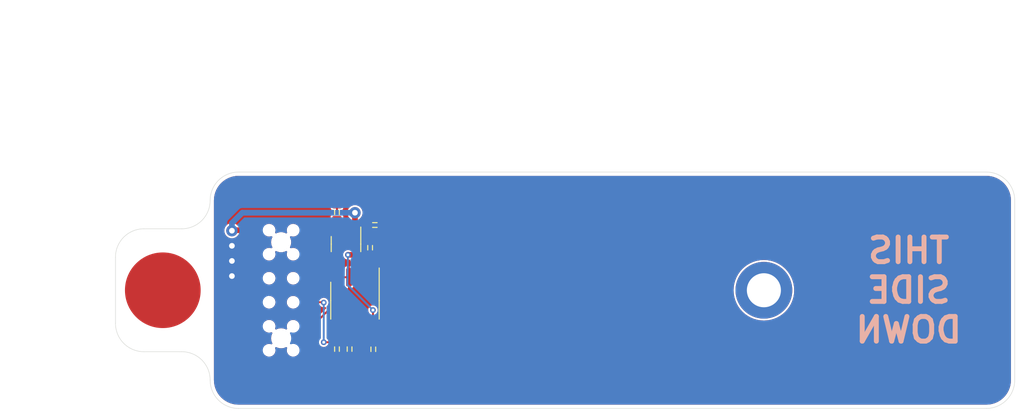
<source format=kicad_pcb>
(kicad_pcb (version 20221018) (generator pcbnew)
  (layers (0 "F.Cu" signal) (31 "B.Cu" signal) (34 "B.Paste" user) (35 "F.Paste" user) (36 "B.SilkS" user "B.Silkscreen") (37 "F.SilkS" user "F.Silkscreen") (38 "B.Mask" user) (39 "F.Mask" user) (44 "Edge.Cuts" user))
  (net 0 "")
  (net 1 "/Module-Prerequisites/VIN")
  (net 2 "GND")
  (net 3 "/Module-Prerequisites/3V3")
  (net 4 "/Module-Prerequisites/ENABLE")
  (net 5 "/Module-Prerequisites/SCL")
  (net 6 "/Module-Prerequisites/HOST-3V3")
  (net 7 "/Module-Prerequisites/SDA")
  (net 13 "/Module-Prerequisites/PICO")
  (net 14 "/Module-Prerequisites/POCI")
  (net 15 "/Module-Prerequisites/SCK")
  (footprint "!magpie:R0603" (layer "F.Cu") (at 28.4 6.6)
    (fp_text reference "C1" hide)
    (fp_text value "1µf" hide)
    (fp_line (start -0.237258 -0.25) (end 0.237258 -0.25) (stroke (width 0.12)) (layer "F.SilkS"))
    (fp_line (start -0.237258 0.25) (end 0.237258 0.25) (stroke (width 0.12)) (layer "F.SilkS"))
    (pad "1" smd roundrect (at -0.75 0) (size 0.7 0.95) (layers "F.Cu" "F.Paste" "F.Mask") (roundrect_rratio 0.15) (net 1 "/Module-Prerequisites/VIN"))
    (pad "2" smd roundrect (at 0.75 0) (size 0.7 0.95) (layers "F.Cu" "F.Paste" "F.Mask") (roundrect_rratio 0.15) (net 2 "GND"))
  )
  (footprint "!magpie:R0603" (layer "F.Cu") (at 27.9 9 90)
    (fp_text reference "C2" hide)
    (fp_text value "1µf" hide)
    (fp_line (start -0.237258 -0.25) (end 0.237258 -0.25) (stroke (width 0.12)) (layer "F.SilkS"))
    (fp_line (start -0.237258 0.25) (end 0.237258 0.25) (stroke (width 0.12)) (layer "F.SilkS"))
    (pad "1" smd roundrect (at -0.75 0 90) (size 0.7 0.95) (layers "F.Cu" "F.Paste" "F.Mask") (roundrect_rratio 0.15) (net 3 "/Module-Prerequisites/3V3"))
    (pad "2" smd roundrect (at 0.75 0 90) (size 0.7 0.95) (layers "F.Cu" "F.Paste" "F.Mask") (roundrect_rratio 0.15) (net 2 "GND"))
  )
  (footprint "!magpie:R0603" (layer "F.Cu") (at 25.730634 19.725 -90)
    (fp_text reference "R2" hide)
    (fp_text value "4.7kΩ" hide)
    (fp_line (start -0.237258 -0.25) (end 0.237258 -0.25) (stroke (width 0.12)) (layer "F.SilkS"))
    (fp_line (start -0.237258 0.25) (end 0.237258 0.25) (stroke (width 0.12)) (layer "F.SilkS"))
    (pad "1" smd roundrect (at -0.75 0 270) (size 0.7 0.95) (layers "F.Cu" "F.Paste" "F.Mask") (roundrect_rratio 0.15) (net 5 "/Module-Prerequisites/SCL"))
    (pad "2" smd roundrect (at 0.75 0 270) (size 0.7 0.95) (layers "F.Cu" "F.Paste" "F.Mask") (roundrect_rratio 0.15) (net 6 "/Module-Prerequisites/HOST-3V3"))
  )
  (footprint "Package_SO:SOIC-8_3.9x4.9mm_P1.27mm" (layer "F.Cu") (at 26.3 14.6 -90)
    (fp_text reference "U2" hide)
    (fp_text value "M24C64-DFMN6TP" hide)
    (fp_line (start 0 -2.56) (end -3.45 -2.56) (stroke (width 0.12)) (layer "F.SilkS"))
    (fp_line (start 0 -2.56) (end 1.95 -2.56) (stroke (width 0.12)) (layer "F.SilkS"))
    (fp_line (start 0 2.56) (end -1.95 2.56) (stroke (width 0.12)) (layer "F.SilkS"))
    (fp_line (start 0 2.56) (end 1.95 2.56) (stroke (width 0.12)) (layer "F.SilkS"))
    (pad "1" smd roundrect (at -2.475 -1.905 270) (size 1.95 0.6) (layers "F.Cu" "F.Paste" "F.Mask") (net 2 "GND"))
    (pad "2" smd roundrect (at -2.475 -0.635 270) (size 1.95 0.6) (layers "F.Cu" "F.Paste" "F.Mask") (net 2 "GND"))
    (pad "3" smd roundrect (at -2.475 0.635 270) (size 1.95 0.6) (layers "F.Cu" "F.Paste" "F.Mask") (net 2 "GND"))
    (pad "4" smd roundrect (at -2.475 1.905 270) (size 1.95 0.6) (layers "F.Cu" "F.Paste" "F.Mask") (net 2 "GND"))
    (pad "5" smd roundrect (at 2.475 1.905 270) (size 1.95 0.6) (layers "F.Cu" "F.Paste" "F.Mask") (net 7 "/Module-Prerequisites/SDA"))
    (pad "6" smd roundrect (at 2.475 0.635 270) (size 1.95 0.6) (layers "F.Cu" "F.Paste" "F.Mask") (net 5 "/Module-Prerequisites/SCL"))
    (pad "7" smd roundrect (at 2.475 -0.635 270) (size 1.95 0.6) (layers "F.Cu" "F.Paste" "F.Mask"))
    (pad "8" smd roundrect (at 2.475 -1.905 270) (size 1.95 0.6) (layers "F.Cu" "F.Paste" "F.Mask") (net 3 "/Module-Prerequisites/3V3"))
  )
  (footprint "Package_TO_SOT_SMD:SOT-23-5" (layer "F.Cu") (at 25.351951 8.616268 -90)
    (fp_text reference "U1" hide)
    (fp_text value "AP2127K-3.3" hide)
    (fp_line (start 0 -1.56) (end -1.8 -1.56) (stroke (width 0.12)) (layer "F.SilkS"))
    (fp_line (start 0 -1.56) (end 0.8 -1.56) (stroke (width 0.12)) (layer "F.SilkS"))
    (fp_line (start 0 1.56) (end -0.8 1.56) (stroke (width 0.12)) (layer "F.SilkS"))
    (fp_line (start 0 1.56) (end 0.8 1.56) (stroke (width 0.12)) (layer "F.SilkS"))
    (pad "1" smd roundrect (at -1.1375 -0.95 270) (size 1.325 0.6) (layers "F.Cu" "F.Paste" "F.Mask") (net 1 "/Module-Prerequisites/VIN"))
    (pad "2" smd roundrect (at -1.1375 0 270) (size 1.325 0.6) (layers "F.Cu" "F.Paste" "F.Mask") (net 2 "GND"))
    (pad "3" smd roundrect (at -1.1375 0.95 270) (size 1.325 0.6) (layers "F.Cu" "F.Paste" "F.Mask") (net 4 "/Module-Prerequisites/ENABLE"))
    (pad "4" smd roundrect (at 1.1375 0.95 270) (size 1.325 0.6) (layers "F.Cu" "F.Paste" "F.Mask"))
    (pad "5" smd roundrect (at 1.1375 -0.95 270) (size 1.325 0.6) (layers "F.Cu" "F.Paste" "F.Mask") (net 3 "/Module-Prerequisites/3V3"))
  )
  (footprint "!magpie:R0603" (layer "F.Cu") (at 24.4 19.725 -90)
    (fp_text reference "R3" hide)
    (fp_text value "4.7kΩ" hide)
    (fp_line (start -0.237258 -0.25) (end 0.237258 -0.25) (stroke (width 0.12)) (layer "F.SilkS"))
    (fp_line (start -0.237258 0.25) (end 0.237258 0.25) (stroke (width 0.12)) (layer "F.SilkS"))
    (pad "1" smd roundrect (at -0.75 0 270) (size 0.7 0.95) (layers "F.Cu" "F.Paste" "F.Mask") (roundrect_rratio 0.15) (net 7 "/Module-Prerequisites/SDA"))
    (pad "2" smd roundrect (at 0.75 0 270) (size 0.7 0.95) (layers "F.Cu" "F.Paste" "F.Mask") (roundrect_rratio 0.15) (net 6 "/Module-Prerequisites/HOST-3V3"))
  )
  (footprint "!magpie:R0603" (layer "F.Cu") (at 24.4 5.25 90)
    (fp_text reference "R1" hide)
    (fp_text value "10kΩ" hide)
    (fp_line (start -0.237258 -0.25) (end 0.237258 -0.25) (stroke (width 0.12)) (layer "F.SilkS"))
    (fp_line (start -0.237258 0.25) (end 0.237258 0.25) (stroke (width 0.12)) (layer "F.SilkS"))
    (pad "1" smd roundrect (at -0.75 0 90) (size 0.7 0.95) (layers "F.Cu" "F.Paste" "F.Mask") (roundrect_rratio 0.15) (net 4 "/Module-Prerequisites/ENABLE"))
    (pad "2" smd roundrect (at 0.75 0 90) (size 0.7 0.95) (layers "F.Cu" "F.Paste" "F.Mask") (roundrect_rratio 0.15) (net 2 "GND"))
  )
  (footprint "!magpie:M20-7810645R" (layer "F.Cu") (at 18.5 13.5 -90)
    (fp_text reference "J1" hide)
    (fp_text value "Conn_01x12" hide)
    (pad "" np_thru_hole circle locked (at -6.35 -1.27 270) (size 1.02 1.02) (drill 1.02) (layers "F&B.Cu" "*.Mask"))
    (pad "" np_thru_hole circle locked (at -6.35 1.27 270) (size 1.02 1.02) (drill 1.02) (layers "F&B.Cu" "*.Mask"))
    (pad "" np_thru_hole circle locked (at -5.08 0 270) (size 1.8 1.8) (drill 1.8) (layers "F&B.Cu" "*.Mask"))
    (pad "" np_thru_hole circle locked (at -3.81 -1.27 270) (size 1.02 1.02) (drill 1.02) (layers "F&B.Cu" "*.Mask"))
    (pad "" np_thru_hole circle locked (at -3.81 1.27 270) (size 1.02 1.02) (drill 1.02) (layers "F&B.Cu" "*.Mask"))
    (pad "" np_thru_hole circle locked (at -1.27 -1.27 270) (size 1.02 1.02) (drill 1.02) (layers "F&B.Cu" "*.Mask"))
    (pad "" np_thru_hole circle locked (at -1.27 1.27 270) (size 1.02 1.02) (drill 1.02) (layers "F&B.Cu" "*.Mask"))
    (pad "" np_thru_hole circle locked (at 1.27 -1.27 270) (size 1.02 1.02) (drill 1.02) (layers "F&B.Cu" "*.Mask"))
    (pad "" np_thru_hole circle locked (at 1.27 1.27 270) (size 1.02 1.02) (drill 1.02) (layers "F&B.Cu" "*.Mask"))
    (pad "" np_thru_hole circle locked (at 3.81 -1.27 270) (size 1.02 1.02) (drill 1.02) (layers "F&B.Cu" "*.Mask"))
    (pad "" np_thru_hole circle locked (at 3.81 1.27 270) (size 1.02 1.02) (drill 1.02) (layers "F&B.Cu" "*.Mask"))
    (pad "" np_thru_hole circle locked (at 5.08 0 270) (size 1.8 1.8) (drill 1.8) (layers "F&B.Cu" "*.Mask"))
    (pad "" np_thru_hole circle locked (at 6.35 -1.27 270) (size 1.02 1.02) (drill 1.02) (layers "F&B.Cu" "*.Mask"))
    (pad "" np_thru_hole circle locked (at 6.35 1.27 270) (size 1.02 1.02) (drill 1.02) (layers "F&B.Cu" "*.Mask"))
    (pad "1" smd rect locked (at -6.35 2.91 270) (size 1.02 1.78) (layers "F.Cu" "F.Paste" "F.Mask") (net 1 "/Module-Prerequisites/VIN"))
    (pad "2" smd rect locked (at -3.81 2.91 270) (size 1.02 1.78) (layers "F.Cu" "F.Paste" "F.Mask") (net 2 "GND"))
    (pad "3" smd rect locked (at -1.27 2.91 270) (size 1.02 1.78) (layers "F.Cu" "F.Paste" "F.Mask") (net 6 "/Module-Prerequisites/HOST-3V3"))
    (pad "4" smd rect locked (at 1.27 2.91 270) (size 1.02 1.78) (layers "F.Cu" "F.Paste" "F.Mask") (net 4 "/Module-Prerequisites/ENABLE"))
    (pad "5" smd rect locked (at 3.81 2.91 270) (size 1.02 1.78) (layers "F.Cu" "F.Paste" "F.Mask"))
    (pad "6" smd rect locked (at 6.35 2.91 270) (size 1.02 1.78) (layers "F.Cu" "F.Paste" "F.Mask"))
    (pad "7" smd rect locked (at 6.35 -2.91 270) (size 1.02 1.78) (layers "F.Cu" "F.Paste" "F.Mask"))
    (pad "8" smd rect locked (at 3.81 -2.91 270) (size 1.02 1.78) (layers "F.Cu" "F.Paste" "F.Mask") (net 5 "/Module-Prerequisites/SCL"))
    (pad "9" smd rect locked (at 1.27 -2.91 270) (size 1.02 1.78) (layers "F.Cu" "F.Paste" "F.Mask") (net 7 "/Module-Prerequisites/SDA"))
    (pad "10" smd rect locked (at -1.27 -2.91 270) (size 1.02 1.78) (layers "F.Cu" "F.Paste" "F.Mask") (net 13 "/Module-Prerequisites/PICO"))
    (pad "11" smd rect locked (at -3.81 -2.91 270) (size 1.02 1.78) (layers "F.Cu" "F.Paste" "F.Mask") (net 14 "/Module-Prerequisites/POCI"))
    (pad "12" smd rect locked (at -6.35 -2.91 270) (size 1.02 1.78) (layers "F.Cu" "F.Paste" "F.Mask") (net 15 "/Module-Prerequisites/SCK"))
  )
  (footprint "!magpie:R0603" (layer "F.Cu") (at 28.237051 19.741967 -90)
    (fp_text reference "C3" hide)
    (fp_text value ".1μf" hide)
    (fp_line (start -0.237258 -0.25) (end 0.237258 -0.25) (stroke (width 0.12)) (layer "F.SilkS"))
    (fp_line (start -0.237258 0.25) (end 0.237258 0.25) (stroke (width 0.12)) (layer "F.SilkS"))
    (pad "1" smd roundrect (at -0.75 0 270) (size 0.7 0.95) (layers "F.Cu" "F.Paste" "F.Mask") (roundrect_rratio 0.15) (net 3 "/Module-Prerequisites/3V3"))
    (pad "2" smd roundrect (at 0.75 0 270) (size 0.7 0.95) (layers "F.Cu" "F.Paste" "F.Mask") (roundrect_rratio 0.15) (net 2 "GND"))
  )
  (gr_circle (center 6 13.5) (end 10 13.5) (fill solid) (layer "F.Cu"))
  (gr_arc locked (start 11 4) (mid 10.12132 6.12132) (end 8 7) (stroke (width 0.05)) (layer "Edge.Cuts"))
  (gr_line locked (start 93 1) (end 14 1) (stroke (width 0.05)) (layer "Edge.Cuts"))
  (gr_line locked (start 14 26) (end 93 26) (stroke (width 0.05)) (layer "Edge.Cuts"))
  (gr_arc locked (start 11 4) (mid 11.87868 1.87868) (end 14 1) (stroke (width 0.05)) (layer "Edge.Cuts"))
  (gr_line locked (start 4 20) (end 8 20) (stroke (width 0.05)) (layer "Edge.Cuts"))
  (gr_arc locked (start 1 10) (mid 1.87868 7.87868) (end 4 7) (stroke (width 0.05)) (layer "Edge.Cuts"))
  (gr_line locked (start 1 10) (end 1 17) (stroke (width 0.05)) (layer "Edge.Cuts"))
  (gr_line locked (start 96 23) (end 96 4) (stroke (width 0.05)) (layer "Edge.Cuts"))
  (gr_arc locked (start 96 23) (mid 95.12132 25.12132) (end 93 26) (stroke (width 0.05)) (layer "Edge.Cuts"))
  (gr_arc locked (start 4 20) (mid 1.87868 19.12132) (end 1 17) (stroke (width 0.05)) (layer "Edge.Cuts"))
  (gr_arc locked (start 14 26) (mid 11.87868 25.12132) (end 11 23) (stroke (width 0.05)) (layer "Edge.Cuts"))
  (gr_line locked (start 8 7) (end 4 7) (stroke (width 0.05)) (layer "Edge.Cuts"))
  (gr_arc locked (start 8 20) (mid 10.12132 20.87868) (end 11 23) (stroke (width 0.05)) (layer "Edge.Cuts"))
  (gr_arc locked (start 93 1) (mid 95.12132 1.87868) (end 96 4) (stroke (width 0.05)) (layer "Edge.Cuts"))
  (gr_text "THIS\nSIDE\nDOWN" (at 84.7989 13.5) (layer "B.SilkS") (effects (font (size 2.61 2.61) (thickness 0.522) bold) (justify mirror)))
  (via locked (at 69.5 13.5) (size 6) (drill 3.6) (layers "F.Cu" "B.Cu") (net 0))
  (segment (start 13.35 7.15) (end 13.3 7.2) (width 0.6) (layer "F.Cu") (net 1))
  (segment (start 27.65 6.6) (end 26.771232 7.478768) (width 0.2) (layer "F.Cu") (net 1))
  (segment (start 26.3 5.3) (end 26.3 7.476817) (width 0.6) (layer "F.Cu") (net 1))
  (segment (start 15.59 7.15) (end 13.35 7.15) (width 0.6) (layer "F.Cu") (net 1))
  (segment (start 26.771232 7.478768) (end 26.301951 7.478768) (width 0.2) (layer "F.Cu") (net 1))
  (segment (start 26.3 7.476817) (end 26.301951 7.478768) (width 0.6) (layer "F.Cu") (net 1))
  (via (at 13.3 7.2) (size 1.2) (drill 0.6) (layers "F.Cu" "B.Cu") (net 1))
  (via (at 26.3 5.3) (size 1.2) (drill 0.6) (layers "F.Cu" "B.Cu") (net 1))
  (segment (start 14.4 5.3) (end 26.3 5.3) (width 0.6) (layer "B.Cu") (net 1))
  (segment (start 13.3 7.2) (end 13.3 6.4) (width 0.6) (layer "B.Cu") (net 1))
  (segment (start 13.3 6.4) (end 14.4 5.3) (width 0.6) (layer "B.Cu") (net 1))
  (via (at 13.3 12) (size 1.2) (drill 0.6) (layers "F.Cu" "B.Cu") (net 2))
  (via (at 13.3 8.8) (size 1.2) (drill 0.6) (layers "F.Cu" "B.Cu") (net 2))
  (via (at 13.3 10.4) (size 1.2) (drill 0.6) (layers "F.Cu" "B.Cu") (net 2))
  (segment (start 28.205 17.075) (end 28.205 15.605) (width 0.2) (layer "F.Cu") (net 3))
  (segment (start 27.703768 9.753768) (end 27.75 9.8) (width 0.2) (layer "F.Cu") (net 3))
  (segment (start 27.9 9.75) (end 30.25 9.75) (width 0.6) (layer "F.Cu") (net 3))
  (segment (start 28.237051 17.107051) (end 28.205 17.075) (width 0.2) (layer "F.Cu") (net 3))
  (segment (start 28.205 15.605) (end 28.2 15.6) (width 0.2) (layer "F.Cu") (net 3))
  (segment (start 25.555219 9.753768) (end 26.301951 9.753768) (width 0.6) (layer "F.Cu") (net 3))
  (segment (start 26.301951 9.753768) (end 27.703768 9.753768) (width 0.6) (layer "F.Cu") (net 3))
  (segment (start 28.237051 18.991967) (end 28.237051 17.107051) (width 0.2) (layer "F.Cu") (net 3))
  (via (at 25.555219 9.753768) (size 0.6) (drill 0.3) (layers "F.Cu" "B.Cu") (net 3))
  (via (at 28.2 15.6) (size 0.6) (drill 0.3) (layers "F.Cu" "B.Cu") (net 3))
  (segment (start 25.555219 9.753768) (end 25.501451 12.901451) (width 0.2) (layer "B.Cu") (net 3))
  (segment (start 25.501451 12.901451) (end 28.2 15.6) (width 0.2) (layer "B.Cu") (net 3))
  (segment (start 23.321232 7.478768) (end 24.401951 7.478768) (width 0.2) (layer "F.Cu") (net 4))
  (segment (start 15.59 14.77) (end 15.978421 14.77) (width 0.2) (layer "F.Cu") (net 4))
  (segment (start 24.15 5.8) (end 24.376898 6.026898) (width 0.2) (layer "F.Cu") (net 4))
  (segment (start 22.7 13.5) (end 23 13.2) (width 0.2) (layer "F.Cu") (net 4))
  (segment (start 24.376898 6.026898) (end 24.376898 7.453715) (width 0.2) (layer "F.Cu") (net 4))
  (segment (start 23 7.8) (end 23.321232 7.478768) (width 0.2) (layer "F.Cu") (net 4))
  (segment (start 23 13.2) (end 23 7.8) (width 0.2) (layer "F.Cu") (net 4))
  (segment (start 24.376898 7.453715) (end 24.401951 7.478768) (width 0.2) (layer "F.Cu") (net 4))
  (segment (start 15.978421 14.77) (end 17.248421 13.5) (width 0.2) (layer "F.Cu") (net 4))
  (segment (start 17.248421 13.5) (end 22.7 13.5) (width 0.2) (layer "F.Cu") (net 4))
  (segment (start 25.665 17.075) (end 25.665 18.909366) (width 0.2) (layer "F.Cu") (net 5))
  (segment (start 21.41 17.31) (end 21.79 17.31) (width 0.2) (layer "F.Cu") (net 5))
  (segment (start 25.665 16.405021) (end 25.665 17.075) (width 0.2) (layer "F.Cu") (net 5))
  (segment (start 21.79 17.31) (end 23.6 15.5) (width 0.2) (layer "F.Cu") (net 5))
  (segment (start 24.759979 15.5) (end 25.665 16.405021) (width 0.2) (layer "F.Cu") (net 5))
  (segment (start 23.6 15.5) (end 24.759979 15.5) (width 0.2) (layer "F.Cu") (net 5))
  (segment (start 25.665 18.909366) (end 25.730634 18.975) (width 0.2) (layer "F.Cu") (net 5))
  (segment (start 14.4 21.3) (end 23.575 21.3) (width 0.2) (layer "F.Cu") (net 6))
  (segment (start 23.575 21.3) (end 24.4 20.475) (width 0.2) (layer "F.Cu") (net 6))
  (segment (start 13.7 20.6) (end 14.4 21.3) (width 0.2) (layer "F.Cu") (net 6))
  (segment (start 24.4 20.475) (end 25.730634 20.475) (width 0.2) (layer "F.Cu") (net 6))
  (segment (start 14.37 12.23) (end 13.7 12.9) (width 0.2) (layer "F.Cu") (net 6))
  (segment (start 15.59 12.23) (end 14.37 12.23) (width 0.2) (layer "F.Cu") (net 6))
  (segment (start 13.7 12.9) (end 13.7 20.6) (width 0.2) (layer "F.Cu") (net 6))
  (segment (start 22.97 14.77) (end 23 14.8) (width 0.2) (layer "F.Cu") (net 7))
  (segment (start 21.41 14.77) (end 22.97 14.77) (width 0.2) (layer "F.Cu") (net 7))
  (segment (start 23 19) (end 24.375 19) (width 0.2) (layer "F.Cu") (net 7))
  (segment (start 24.4 18.975) (end 24.4 17.08) (width 0.2) (layer "F.Cu") (net 7))
  (segment (start 24.375 19) (end 24.4 18.975) (width 0.2) (layer "F.Cu") (net 7))
  (segment (start 24.4 17.08) (end 24.395 17.075) (width 0.2) (layer "F.Cu") (net 7))
  (via (at 23 19) (size 0.6) (drill 0.3) (layers "F.Cu" "B.Cu") (net 7))
  (via (at 23 14.8) (size 0.6) (drill 0.3) (layers "F.Cu" "B.Cu") (net 7))
  (segment (start 23 14.8) (end 23 19) (width 0.2) (layer "B.Cu") (net 7))
  (zone (net 2) (net_name "GND") (layers "F&B.Cu") (connect_pads (clearance 0.2)) (min_thickness 0.2) (fill yes (thermal_gap 0.2) (thermal_bridge_width 0.2))
    (polygon (pts (xy 11.4 0) (xy 11.4 27) (xy 97 26.9) (xy 97 -0.1)))
  )
)
</source>
